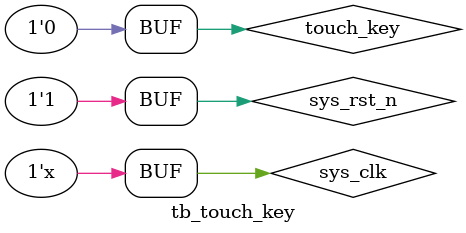
<source format=v>
`timescale 1ns / 1ps


module tb_touch_key(

    );
    
    reg sys_clk;
    reg sys_rst_n;
    reg touch_key;
    
    wire led;
    
    always #10 sys_clk = ~sys_clk; // 这是是怎么回事？给一个10tike的时钟周期？
    
    initial begin
        sys_clk = 1'b0;
        sys_rst_n = 1'b0;
        touch_key = 0;
        
        #200
        sys_rst_n = 1'b1;
        
        // 下面进行信号模拟
        #40 touch_key = 1'b1;
        #200 touch_key = 1'b0;
        #40 touch_key = 1'b1;
        #200 touch_key = 1'b0;
        #40 touch_key = 1'b1;
        #200 touch_key = 1'b0;
        #40 touch_key = 1'b1;
        #200 touch_key = 1'b0;
    end
    
    touch_led u_touch_led(
        .sys_clk (sys_clk),
        .sys_rst_n (sys_rst_n),
        
        .touch_key (touch_key),
        .led (led)
    );
    
    
endmodule

</source>
